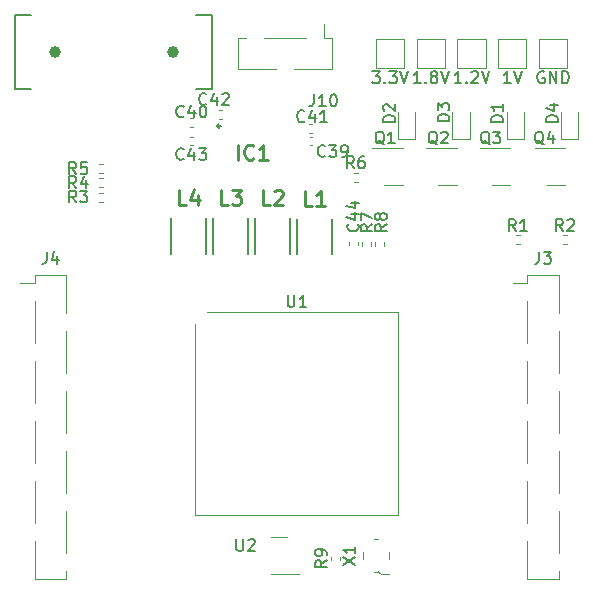
<source format=gbr>
%TF.GenerationSoftware,KiCad,Pcbnew,7.0.10*%
%TF.CreationDate,2024-01-13T18:06:35+01:00*%
%TF.ProjectId,FPGA,46504741-2e6b-4696-9361-645f70636258,rev?*%
%TF.SameCoordinates,Original*%
%TF.FileFunction,Legend,Top*%
%TF.FilePolarity,Positive*%
%FSLAX46Y46*%
G04 Gerber Fmt 4.6, Leading zero omitted, Abs format (unit mm)*
G04 Created by KiCad (PCBNEW 7.0.10) date 2024-01-13 18:06:35*
%MOMM*%
%LPD*%
G01*
G04 APERTURE LIST*
%ADD10C,0.150000*%
%ADD11C,0.254000*%
%ADD12C,0.120000*%
%ADD13C,0.200000*%
%ADD14C,1.000000*%
G04 APERTURE END LIST*
D10*
X83333333Y-90104819D02*
X83000000Y-89628628D01*
X82761905Y-90104819D02*
X82761905Y-89104819D01*
X82761905Y-89104819D02*
X83142857Y-89104819D01*
X83142857Y-89104819D02*
X83238095Y-89152438D01*
X83238095Y-89152438D02*
X83285714Y-89200057D01*
X83285714Y-89200057D02*
X83333333Y-89295295D01*
X83333333Y-89295295D02*
X83333333Y-89438152D01*
X83333333Y-89438152D02*
X83285714Y-89533390D01*
X83285714Y-89533390D02*
X83238095Y-89581009D01*
X83238095Y-89581009D02*
X83142857Y-89628628D01*
X83142857Y-89628628D02*
X82761905Y-89628628D01*
X83666667Y-89104819D02*
X84285714Y-89104819D01*
X84285714Y-89104819D02*
X83952381Y-89485771D01*
X83952381Y-89485771D02*
X84095238Y-89485771D01*
X84095238Y-89485771D02*
X84190476Y-89533390D01*
X84190476Y-89533390D02*
X84238095Y-89581009D01*
X84238095Y-89581009D02*
X84285714Y-89676247D01*
X84285714Y-89676247D02*
X84285714Y-89914342D01*
X84285714Y-89914342D02*
X84238095Y-90009580D01*
X84238095Y-90009580D02*
X84190476Y-90057200D01*
X84190476Y-90057200D02*
X84095238Y-90104819D01*
X84095238Y-90104819D02*
X83809524Y-90104819D01*
X83809524Y-90104819D02*
X83714286Y-90057200D01*
X83714286Y-90057200D02*
X83666667Y-90009580D01*
X80816666Y-94294819D02*
X80816666Y-95009104D01*
X80816666Y-95009104D02*
X80769047Y-95151961D01*
X80769047Y-95151961D02*
X80673809Y-95247200D01*
X80673809Y-95247200D02*
X80530952Y-95294819D01*
X80530952Y-95294819D02*
X80435714Y-95294819D01*
X81721428Y-94628152D02*
X81721428Y-95294819D01*
X81483333Y-94247200D02*
X81245238Y-94961485D01*
X81245238Y-94961485D02*
X81864285Y-94961485D01*
X114934819Y-83220594D02*
X113934819Y-83220594D01*
X113934819Y-83220594D02*
X113934819Y-82982499D01*
X113934819Y-82982499D02*
X113982438Y-82839642D01*
X113982438Y-82839642D02*
X114077676Y-82744404D01*
X114077676Y-82744404D02*
X114172914Y-82696785D01*
X114172914Y-82696785D02*
X114363390Y-82649166D01*
X114363390Y-82649166D02*
X114506247Y-82649166D01*
X114506247Y-82649166D02*
X114696723Y-82696785D01*
X114696723Y-82696785D02*
X114791961Y-82744404D01*
X114791961Y-82744404D02*
X114887200Y-82839642D01*
X114887200Y-82839642D02*
X114934819Y-82982499D01*
X114934819Y-82982499D02*
X114934819Y-83220594D01*
X113934819Y-82315832D02*
X113934819Y-81696785D01*
X113934819Y-81696785D02*
X114315771Y-82030118D01*
X114315771Y-82030118D02*
X114315771Y-81887261D01*
X114315771Y-81887261D02*
X114363390Y-81792023D01*
X114363390Y-81792023D02*
X114411009Y-81744404D01*
X114411009Y-81744404D02*
X114506247Y-81696785D01*
X114506247Y-81696785D02*
X114744342Y-81696785D01*
X114744342Y-81696785D02*
X114839580Y-81744404D01*
X114839580Y-81744404D02*
X114887200Y-81792023D01*
X114887200Y-81792023D02*
X114934819Y-81887261D01*
X114934819Y-81887261D02*
X114934819Y-82172975D01*
X114934819Y-82172975D02*
X114887200Y-82268213D01*
X114887200Y-82268213D02*
X114839580Y-82315832D01*
X108404819Y-91966666D02*
X107928628Y-92299999D01*
X108404819Y-92538094D02*
X107404819Y-92538094D01*
X107404819Y-92538094D02*
X107404819Y-92157142D01*
X107404819Y-92157142D02*
X107452438Y-92061904D01*
X107452438Y-92061904D02*
X107500057Y-92014285D01*
X107500057Y-92014285D02*
X107595295Y-91966666D01*
X107595295Y-91966666D02*
X107738152Y-91966666D01*
X107738152Y-91966666D02*
X107833390Y-92014285D01*
X107833390Y-92014285D02*
X107881009Y-92061904D01*
X107881009Y-92061904D02*
X107928628Y-92157142D01*
X107928628Y-92157142D02*
X107928628Y-92538094D01*
X107404819Y-91633332D02*
X107404819Y-90966666D01*
X107404819Y-90966666D02*
X108404819Y-91395237D01*
D11*
X92638333Y-90324318D02*
X92033571Y-90324318D01*
X92033571Y-90324318D02*
X92033571Y-89054318D01*
X93605952Y-89477651D02*
X93605952Y-90324318D01*
X93303571Y-88993842D02*
X93001190Y-89900984D01*
X93001190Y-89900984D02*
X93787381Y-89900984D01*
D10*
X120107142Y-80004819D02*
X119535714Y-80004819D01*
X119821428Y-80004819D02*
X119821428Y-79004819D01*
X119821428Y-79004819D02*
X119726190Y-79147676D01*
X119726190Y-79147676D02*
X119630952Y-79242914D01*
X119630952Y-79242914D02*
X119535714Y-79290533D01*
X120392857Y-79004819D02*
X120726190Y-80004819D01*
X120726190Y-80004819D02*
X121059523Y-79004819D01*
X124124819Y-83295594D02*
X123124819Y-83295594D01*
X123124819Y-83295594D02*
X123124819Y-83057499D01*
X123124819Y-83057499D02*
X123172438Y-82914642D01*
X123172438Y-82914642D02*
X123267676Y-82819404D01*
X123267676Y-82819404D02*
X123362914Y-82771785D01*
X123362914Y-82771785D02*
X123553390Y-82724166D01*
X123553390Y-82724166D02*
X123696247Y-82724166D01*
X123696247Y-82724166D02*
X123886723Y-82771785D01*
X123886723Y-82771785D02*
X123981961Y-82819404D01*
X123981961Y-82819404D02*
X124077200Y-82914642D01*
X124077200Y-82914642D02*
X124124819Y-83057499D01*
X124124819Y-83057499D02*
X124124819Y-83295594D01*
X123458152Y-81867023D02*
X124124819Y-81867023D01*
X123077200Y-82105118D02*
X123791485Y-82343213D01*
X123791485Y-82343213D02*
X123791485Y-81724166D01*
X124533333Y-92534819D02*
X124200000Y-92058628D01*
X123961905Y-92534819D02*
X123961905Y-91534819D01*
X123961905Y-91534819D02*
X124342857Y-91534819D01*
X124342857Y-91534819D02*
X124438095Y-91582438D01*
X124438095Y-91582438D02*
X124485714Y-91630057D01*
X124485714Y-91630057D02*
X124533333Y-91725295D01*
X124533333Y-91725295D02*
X124533333Y-91868152D01*
X124533333Y-91868152D02*
X124485714Y-91963390D01*
X124485714Y-91963390D02*
X124438095Y-92011009D01*
X124438095Y-92011009D02*
X124342857Y-92058628D01*
X124342857Y-92058628D02*
X123961905Y-92058628D01*
X124914286Y-91630057D02*
X124961905Y-91582438D01*
X124961905Y-91582438D02*
X125057143Y-91534819D01*
X125057143Y-91534819D02*
X125295238Y-91534819D01*
X125295238Y-91534819D02*
X125390476Y-91582438D01*
X125390476Y-91582438D02*
X125438095Y-91630057D01*
X125438095Y-91630057D02*
X125485714Y-91725295D01*
X125485714Y-91725295D02*
X125485714Y-91820533D01*
X125485714Y-91820533D02*
X125438095Y-91963390D01*
X125438095Y-91963390D02*
X124866667Y-92534819D01*
X124866667Y-92534819D02*
X125485714Y-92534819D01*
X122941445Y-79052438D02*
X122846207Y-79004819D01*
X122846207Y-79004819D02*
X122703350Y-79004819D01*
X122703350Y-79004819D02*
X122560493Y-79052438D01*
X122560493Y-79052438D02*
X122465255Y-79147676D01*
X122465255Y-79147676D02*
X122417636Y-79242914D01*
X122417636Y-79242914D02*
X122370017Y-79433390D01*
X122370017Y-79433390D02*
X122370017Y-79576247D01*
X122370017Y-79576247D02*
X122417636Y-79766723D01*
X122417636Y-79766723D02*
X122465255Y-79861961D01*
X122465255Y-79861961D02*
X122560493Y-79957200D01*
X122560493Y-79957200D02*
X122703350Y-80004819D01*
X122703350Y-80004819D02*
X122798588Y-80004819D01*
X122798588Y-80004819D02*
X122941445Y-79957200D01*
X122941445Y-79957200D02*
X122989064Y-79909580D01*
X122989064Y-79909580D02*
X122989064Y-79576247D01*
X122989064Y-79576247D02*
X122798588Y-79576247D01*
X123417636Y-80004819D02*
X123417636Y-79004819D01*
X123417636Y-79004819D02*
X123989064Y-80004819D01*
X123989064Y-80004819D02*
X123989064Y-79004819D01*
X124465255Y-80004819D02*
X124465255Y-79004819D01*
X124465255Y-79004819D02*
X124703350Y-79004819D01*
X124703350Y-79004819D02*
X124846207Y-79052438D01*
X124846207Y-79052438D02*
X124941445Y-79147676D01*
X124941445Y-79147676D02*
X124989064Y-79242914D01*
X124989064Y-79242914D02*
X125036683Y-79433390D01*
X125036683Y-79433390D02*
X125036683Y-79576247D01*
X125036683Y-79576247D02*
X124989064Y-79766723D01*
X124989064Y-79766723D02*
X124941445Y-79861961D01*
X124941445Y-79861961D02*
X124846207Y-79957200D01*
X124846207Y-79957200D02*
X124703350Y-80004819D01*
X124703350Y-80004819D02*
X124465255Y-80004819D01*
X122904761Y-85200057D02*
X122809523Y-85152438D01*
X122809523Y-85152438D02*
X122714285Y-85057200D01*
X122714285Y-85057200D02*
X122571428Y-84914342D01*
X122571428Y-84914342D02*
X122476190Y-84866723D01*
X122476190Y-84866723D02*
X122380952Y-84866723D01*
X122428571Y-85104819D02*
X122333333Y-85057200D01*
X122333333Y-85057200D02*
X122238095Y-84961961D01*
X122238095Y-84961961D02*
X122190476Y-84771485D01*
X122190476Y-84771485D02*
X122190476Y-84438152D01*
X122190476Y-84438152D02*
X122238095Y-84247676D01*
X122238095Y-84247676D02*
X122333333Y-84152438D01*
X122333333Y-84152438D02*
X122428571Y-84104819D01*
X122428571Y-84104819D02*
X122619047Y-84104819D01*
X122619047Y-84104819D02*
X122714285Y-84152438D01*
X122714285Y-84152438D02*
X122809523Y-84247676D01*
X122809523Y-84247676D02*
X122857142Y-84438152D01*
X122857142Y-84438152D02*
X122857142Y-84771485D01*
X122857142Y-84771485D02*
X122809523Y-84961961D01*
X122809523Y-84961961D02*
X122714285Y-85057200D01*
X122714285Y-85057200D02*
X122619047Y-85104819D01*
X122619047Y-85104819D02*
X122428571Y-85104819D01*
X123714285Y-84438152D02*
X123714285Y-85104819D01*
X123476190Y-84057200D02*
X123238095Y-84771485D01*
X123238095Y-84771485D02*
X123857142Y-84771485D01*
D11*
X96193888Y-90324318D02*
X95589126Y-90324318D01*
X95589126Y-90324318D02*
X95589126Y-89054318D01*
X96496269Y-89054318D02*
X97282460Y-89054318D01*
X97282460Y-89054318D02*
X96859126Y-89538127D01*
X96859126Y-89538127D02*
X97040555Y-89538127D01*
X97040555Y-89538127D02*
X97161507Y-89598603D01*
X97161507Y-89598603D02*
X97221983Y-89659080D01*
X97221983Y-89659080D02*
X97282460Y-89780032D01*
X97282460Y-89780032D02*
X97282460Y-90082413D01*
X97282460Y-90082413D02*
X97221983Y-90203365D01*
X97221983Y-90203365D02*
X97161507Y-90263842D01*
X97161507Y-90263842D02*
X97040555Y-90324318D01*
X97040555Y-90324318D02*
X96677698Y-90324318D01*
X96677698Y-90324318D02*
X96556745Y-90263842D01*
X96556745Y-90263842D02*
X96496269Y-90203365D01*
D10*
X106833333Y-87204819D02*
X106500000Y-86728628D01*
X106261905Y-87204819D02*
X106261905Y-86204819D01*
X106261905Y-86204819D02*
X106642857Y-86204819D01*
X106642857Y-86204819D02*
X106738095Y-86252438D01*
X106738095Y-86252438D02*
X106785714Y-86300057D01*
X106785714Y-86300057D02*
X106833333Y-86395295D01*
X106833333Y-86395295D02*
X106833333Y-86538152D01*
X106833333Y-86538152D02*
X106785714Y-86633390D01*
X106785714Y-86633390D02*
X106738095Y-86681009D01*
X106738095Y-86681009D02*
X106642857Y-86728628D01*
X106642857Y-86728628D02*
X106261905Y-86728628D01*
X107690476Y-86204819D02*
X107500000Y-86204819D01*
X107500000Y-86204819D02*
X107404762Y-86252438D01*
X107404762Y-86252438D02*
X107357143Y-86300057D01*
X107357143Y-86300057D02*
X107261905Y-86442914D01*
X107261905Y-86442914D02*
X107214286Y-86633390D01*
X107214286Y-86633390D02*
X107214286Y-87014342D01*
X107214286Y-87014342D02*
X107261905Y-87109580D01*
X107261905Y-87109580D02*
X107309524Y-87157200D01*
X107309524Y-87157200D02*
X107404762Y-87204819D01*
X107404762Y-87204819D02*
X107595238Y-87204819D01*
X107595238Y-87204819D02*
X107690476Y-87157200D01*
X107690476Y-87157200D02*
X107738095Y-87109580D01*
X107738095Y-87109580D02*
X107785714Y-87014342D01*
X107785714Y-87014342D02*
X107785714Y-86776247D01*
X107785714Y-86776247D02*
X107738095Y-86681009D01*
X107738095Y-86681009D02*
X107690476Y-86633390D01*
X107690476Y-86633390D02*
X107595238Y-86585771D01*
X107595238Y-86585771D02*
X107404762Y-86585771D01*
X107404762Y-86585771D02*
X107309524Y-86633390D01*
X107309524Y-86633390D02*
X107261905Y-86681009D01*
X107261905Y-86681009D02*
X107214286Y-86776247D01*
D11*
X103304998Y-90374318D02*
X102700236Y-90374318D01*
X102700236Y-90374318D02*
X102700236Y-89104318D01*
X104393570Y-90374318D02*
X103667855Y-90374318D01*
X104030712Y-90374318D02*
X104030712Y-89104318D01*
X104030712Y-89104318D02*
X103909760Y-89285746D01*
X103909760Y-89285746D02*
X103788808Y-89406699D01*
X103788808Y-89406699D02*
X103667855Y-89467175D01*
D10*
X110334819Y-83295594D02*
X109334819Y-83295594D01*
X109334819Y-83295594D02*
X109334819Y-83057499D01*
X109334819Y-83057499D02*
X109382438Y-82914642D01*
X109382438Y-82914642D02*
X109477676Y-82819404D01*
X109477676Y-82819404D02*
X109572914Y-82771785D01*
X109572914Y-82771785D02*
X109763390Y-82724166D01*
X109763390Y-82724166D02*
X109906247Y-82724166D01*
X109906247Y-82724166D02*
X110096723Y-82771785D01*
X110096723Y-82771785D02*
X110191961Y-82819404D01*
X110191961Y-82819404D02*
X110287200Y-82914642D01*
X110287200Y-82914642D02*
X110334819Y-83057499D01*
X110334819Y-83057499D02*
X110334819Y-83295594D01*
X109430057Y-82343213D02*
X109382438Y-82295594D01*
X109382438Y-82295594D02*
X109334819Y-82200356D01*
X109334819Y-82200356D02*
X109334819Y-81962261D01*
X109334819Y-81962261D02*
X109382438Y-81867023D01*
X109382438Y-81867023D02*
X109430057Y-81819404D01*
X109430057Y-81819404D02*
X109525295Y-81771785D01*
X109525295Y-81771785D02*
X109620533Y-81771785D01*
X109620533Y-81771785D02*
X109763390Y-81819404D01*
X109763390Y-81819404D02*
X110334819Y-82390832D01*
X110334819Y-82390832D02*
X110334819Y-81771785D01*
X115939507Y-80004819D02*
X115368079Y-80004819D01*
X115653793Y-80004819D02*
X115653793Y-79004819D01*
X115653793Y-79004819D02*
X115558555Y-79147676D01*
X115558555Y-79147676D02*
X115463317Y-79242914D01*
X115463317Y-79242914D02*
X115368079Y-79290533D01*
X116368079Y-79909580D02*
X116415698Y-79957200D01*
X116415698Y-79957200D02*
X116368079Y-80004819D01*
X116368079Y-80004819D02*
X116320460Y-79957200D01*
X116320460Y-79957200D02*
X116368079Y-79909580D01*
X116368079Y-79909580D02*
X116368079Y-80004819D01*
X116796650Y-79100057D02*
X116844269Y-79052438D01*
X116844269Y-79052438D02*
X116939507Y-79004819D01*
X116939507Y-79004819D02*
X117177602Y-79004819D01*
X117177602Y-79004819D02*
X117272840Y-79052438D01*
X117272840Y-79052438D02*
X117320459Y-79100057D01*
X117320459Y-79100057D02*
X117368078Y-79195295D01*
X117368078Y-79195295D02*
X117368078Y-79290533D01*
X117368078Y-79290533D02*
X117320459Y-79433390D01*
X117320459Y-79433390D02*
X116749031Y-80004819D01*
X116749031Y-80004819D02*
X117368078Y-80004819D01*
X117653793Y-79004819D02*
X117987126Y-80004819D01*
X117987126Y-80004819D02*
X118320459Y-79004819D01*
X104554819Y-120416666D02*
X104078628Y-120749999D01*
X104554819Y-120988094D02*
X103554819Y-120988094D01*
X103554819Y-120988094D02*
X103554819Y-120607142D01*
X103554819Y-120607142D02*
X103602438Y-120511904D01*
X103602438Y-120511904D02*
X103650057Y-120464285D01*
X103650057Y-120464285D02*
X103745295Y-120416666D01*
X103745295Y-120416666D02*
X103888152Y-120416666D01*
X103888152Y-120416666D02*
X103983390Y-120464285D01*
X103983390Y-120464285D02*
X104031009Y-120511904D01*
X104031009Y-120511904D02*
X104078628Y-120607142D01*
X104078628Y-120607142D02*
X104078628Y-120988094D01*
X104554819Y-119940475D02*
X104554819Y-119749999D01*
X104554819Y-119749999D02*
X104507200Y-119654761D01*
X104507200Y-119654761D02*
X104459580Y-119607142D01*
X104459580Y-119607142D02*
X104316723Y-119511904D01*
X104316723Y-119511904D02*
X104126247Y-119464285D01*
X104126247Y-119464285D02*
X103745295Y-119464285D01*
X103745295Y-119464285D02*
X103650057Y-119511904D01*
X103650057Y-119511904D02*
X103602438Y-119559523D01*
X103602438Y-119559523D02*
X103554819Y-119654761D01*
X103554819Y-119654761D02*
X103554819Y-119845237D01*
X103554819Y-119845237D02*
X103602438Y-119940475D01*
X103602438Y-119940475D02*
X103650057Y-119988094D01*
X103650057Y-119988094D02*
X103745295Y-120035713D01*
X103745295Y-120035713D02*
X103983390Y-120035713D01*
X103983390Y-120035713D02*
X104078628Y-119988094D01*
X104078628Y-119988094D02*
X104126247Y-119940475D01*
X104126247Y-119940475D02*
X104173866Y-119845237D01*
X104173866Y-119845237D02*
X104173866Y-119654761D01*
X104173866Y-119654761D02*
X104126247Y-119559523D01*
X104126247Y-119559523D02*
X104078628Y-119511904D01*
X104078628Y-119511904D02*
X103983390Y-119464285D01*
X119454819Y-83295594D02*
X118454819Y-83295594D01*
X118454819Y-83295594D02*
X118454819Y-83057499D01*
X118454819Y-83057499D02*
X118502438Y-82914642D01*
X118502438Y-82914642D02*
X118597676Y-82819404D01*
X118597676Y-82819404D02*
X118692914Y-82771785D01*
X118692914Y-82771785D02*
X118883390Y-82724166D01*
X118883390Y-82724166D02*
X119026247Y-82724166D01*
X119026247Y-82724166D02*
X119216723Y-82771785D01*
X119216723Y-82771785D02*
X119311961Y-82819404D01*
X119311961Y-82819404D02*
X119407200Y-82914642D01*
X119407200Y-82914642D02*
X119454819Y-83057499D01*
X119454819Y-83057499D02*
X119454819Y-83295594D01*
X119454819Y-81771785D02*
X119454819Y-82343213D01*
X119454819Y-82057499D02*
X118454819Y-82057499D01*
X118454819Y-82057499D02*
X118597676Y-82152737D01*
X118597676Y-82152737D02*
X118692914Y-82247975D01*
X118692914Y-82247975D02*
X118740533Y-82343213D01*
X109604819Y-91966666D02*
X109128628Y-92299999D01*
X109604819Y-92538094D02*
X108604819Y-92538094D01*
X108604819Y-92538094D02*
X108604819Y-92157142D01*
X108604819Y-92157142D02*
X108652438Y-92061904D01*
X108652438Y-92061904D02*
X108700057Y-92014285D01*
X108700057Y-92014285D02*
X108795295Y-91966666D01*
X108795295Y-91966666D02*
X108938152Y-91966666D01*
X108938152Y-91966666D02*
X109033390Y-92014285D01*
X109033390Y-92014285D02*
X109081009Y-92061904D01*
X109081009Y-92061904D02*
X109128628Y-92157142D01*
X109128628Y-92157142D02*
X109128628Y-92538094D01*
X109033390Y-91395237D02*
X108985771Y-91490475D01*
X108985771Y-91490475D02*
X108938152Y-91538094D01*
X108938152Y-91538094D02*
X108842914Y-91585713D01*
X108842914Y-91585713D02*
X108795295Y-91585713D01*
X108795295Y-91585713D02*
X108700057Y-91538094D01*
X108700057Y-91538094D02*
X108652438Y-91490475D01*
X108652438Y-91490475D02*
X108604819Y-91395237D01*
X108604819Y-91395237D02*
X108604819Y-91204761D01*
X108604819Y-91204761D02*
X108652438Y-91109523D01*
X108652438Y-91109523D02*
X108700057Y-91061904D01*
X108700057Y-91061904D02*
X108795295Y-91014285D01*
X108795295Y-91014285D02*
X108842914Y-91014285D01*
X108842914Y-91014285D02*
X108938152Y-91061904D01*
X108938152Y-91061904D02*
X108985771Y-91109523D01*
X108985771Y-91109523D02*
X109033390Y-91204761D01*
X109033390Y-91204761D02*
X109033390Y-91395237D01*
X109033390Y-91395237D02*
X109081009Y-91490475D01*
X109081009Y-91490475D02*
X109128628Y-91538094D01*
X109128628Y-91538094D02*
X109223866Y-91585713D01*
X109223866Y-91585713D02*
X109414342Y-91585713D01*
X109414342Y-91585713D02*
X109509580Y-91538094D01*
X109509580Y-91538094D02*
X109557200Y-91490475D01*
X109557200Y-91490475D02*
X109604819Y-91395237D01*
X109604819Y-91395237D02*
X109604819Y-91204761D01*
X109604819Y-91204761D02*
X109557200Y-91109523D01*
X109557200Y-91109523D02*
X109509580Y-91061904D01*
X109509580Y-91061904D02*
X109414342Y-91014285D01*
X109414342Y-91014285D02*
X109223866Y-91014285D01*
X109223866Y-91014285D02*
X109128628Y-91061904D01*
X109128628Y-91061904D02*
X109081009Y-91109523D01*
X109081009Y-91109523D02*
X109033390Y-91204761D01*
X109404761Y-85200057D02*
X109309523Y-85152438D01*
X109309523Y-85152438D02*
X109214285Y-85057200D01*
X109214285Y-85057200D02*
X109071428Y-84914342D01*
X109071428Y-84914342D02*
X108976190Y-84866723D01*
X108976190Y-84866723D02*
X108880952Y-84866723D01*
X108928571Y-85104819D02*
X108833333Y-85057200D01*
X108833333Y-85057200D02*
X108738095Y-84961961D01*
X108738095Y-84961961D02*
X108690476Y-84771485D01*
X108690476Y-84771485D02*
X108690476Y-84438152D01*
X108690476Y-84438152D02*
X108738095Y-84247676D01*
X108738095Y-84247676D02*
X108833333Y-84152438D01*
X108833333Y-84152438D02*
X108928571Y-84104819D01*
X108928571Y-84104819D02*
X109119047Y-84104819D01*
X109119047Y-84104819D02*
X109214285Y-84152438D01*
X109214285Y-84152438D02*
X109309523Y-84247676D01*
X109309523Y-84247676D02*
X109357142Y-84438152D01*
X109357142Y-84438152D02*
X109357142Y-84771485D01*
X109357142Y-84771485D02*
X109309523Y-84961961D01*
X109309523Y-84961961D02*
X109214285Y-85057200D01*
X109214285Y-85057200D02*
X109119047Y-85104819D01*
X109119047Y-85104819D02*
X108928571Y-85104819D01*
X110309523Y-85104819D02*
X109738095Y-85104819D01*
X110023809Y-85104819D02*
X110023809Y-84104819D01*
X110023809Y-84104819D02*
X109928571Y-84247676D01*
X109928571Y-84247676D02*
X109833333Y-84342914D01*
X109833333Y-84342914D02*
X109738095Y-84390533D01*
X108413760Y-79004819D02*
X109032807Y-79004819D01*
X109032807Y-79004819D02*
X108699474Y-79385771D01*
X108699474Y-79385771D02*
X108842331Y-79385771D01*
X108842331Y-79385771D02*
X108937569Y-79433390D01*
X108937569Y-79433390D02*
X108985188Y-79481009D01*
X108985188Y-79481009D02*
X109032807Y-79576247D01*
X109032807Y-79576247D02*
X109032807Y-79814342D01*
X109032807Y-79814342D02*
X108985188Y-79909580D01*
X108985188Y-79909580D02*
X108937569Y-79957200D01*
X108937569Y-79957200D02*
X108842331Y-80004819D01*
X108842331Y-80004819D02*
X108556617Y-80004819D01*
X108556617Y-80004819D02*
X108461379Y-79957200D01*
X108461379Y-79957200D02*
X108413760Y-79909580D01*
X109461379Y-79909580D02*
X109508998Y-79957200D01*
X109508998Y-79957200D02*
X109461379Y-80004819D01*
X109461379Y-80004819D02*
X109413760Y-79957200D01*
X109413760Y-79957200D02*
X109461379Y-79909580D01*
X109461379Y-79909580D02*
X109461379Y-80004819D01*
X109842331Y-79004819D02*
X110461378Y-79004819D01*
X110461378Y-79004819D02*
X110128045Y-79385771D01*
X110128045Y-79385771D02*
X110270902Y-79385771D01*
X110270902Y-79385771D02*
X110366140Y-79433390D01*
X110366140Y-79433390D02*
X110413759Y-79481009D01*
X110413759Y-79481009D02*
X110461378Y-79576247D01*
X110461378Y-79576247D02*
X110461378Y-79814342D01*
X110461378Y-79814342D02*
X110413759Y-79909580D01*
X110413759Y-79909580D02*
X110366140Y-79957200D01*
X110366140Y-79957200D02*
X110270902Y-80004819D01*
X110270902Y-80004819D02*
X109985188Y-80004819D01*
X109985188Y-80004819D02*
X109889950Y-79957200D01*
X109889950Y-79957200D02*
X109842331Y-79909580D01*
X110747093Y-79004819D02*
X111080426Y-80004819D01*
X111080426Y-80004819D02*
X111413759Y-79004819D01*
D11*
X99746111Y-90324318D02*
X99141349Y-90324318D01*
X99141349Y-90324318D02*
X99141349Y-89054318D01*
X100108968Y-89175270D02*
X100169444Y-89114794D01*
X100169444Y-89114794D02*
X100290397Y-89054318D01*
X100290397Y-89054318D02*
X100592778Y-89054318D01*
X100592778Y-89054318D02*
X100713730Y-89114794D01*
X100713730Y-89114794D02*
X100774206Y-89175270D01*
X100774206Y-89175270D02*
X100834683Y-89296222D01*
X100834683Y-89296222D02*
X100834683Y-89417175D01*
X100834683Y-89417175D02*
X100774206Y-89598603D01*
X100774206Y-89598603D02*
X100048492Y-90324318D01*
X100048492Y-90324318D02*
X100834683Y-90324318D01*
D10*
X112486157Y-80004819D02*
X111914729Y-80004819D01*
X112200443Y-80004819D02*
X112200443Y-79004819D01*
X112200443Y-79004819D02*
X112105205Y-79147676D01*
X112105205Y-79147676D02*
X112009967Y-79242914D01*
X112009967Y-79242914D02*
X111914729Y-79290533D01*
X112914729Y-79909580D02*
X112962348Y-79957200D01*
X112962348Y-79957200D02*
X112914729Y-80004819D01*
X112914729Y-80004819D02*
X112867110Y-79957200D01*
X112867110Y-79957200D02*
X112914729Y-79909580D01*
X112914729Y-79909580D02*
X112914729Y-80004819D01*
X113533776Y-79433390D02*
X113438538Y-79385771D01*
X113438538Y-79385771D02*
X113390919Y-79338152D01*
X113390919Y-79338152D02*
X113343300Y-79242914D01*
X113343300Y-79242914D02*
X113343300Y-79195295D01*
X113343300Y-79195295D02*
X113390919Y-79100057D01*
X113390919Y-79100057D02*
X113438538Y-79052438D01*
X113438538Y-79052438D02*
X113533776Y-79004819D01*
X113533776Y-79004819D02*
X113724252Y-79004819D01*
X113724252Y-79004819D02*
X113819490Y-79052438D01*
X113819490Y-79052438D02*
X113867109Y-79100057D01*
X113867109Y-79100057D02*
X113914728Y-79195295D01*
X113914728Y-79195295D02*
X113914728Y-79242914D01*
X113914728Y-79242914D02*
X113867109Y-79338152D01*
X113867109Y-79338152D02*
X113819490Y-79385771D01*
X113819490Y-79385771D02*
X113724252Y-79433390D01*
X113724252Y-79433390D02*
X113533776Y-79433390D01*
X113533776Y-79433390D02*
X113438538Y-79481009D01*
X113438538Y-79481009D02*
X113390919Y-79528628D01*
X113390919Y-79528628D02*
X113343300Y-79623866D01*
X113343300Y-79623866D02*
X113343300Y-79814342D01*
X113343300Y-79814342D02*
X113390919Y-79909580D01*
X113390919Y-79909580D02*
X113438538Y-79957200D01*
X113438538Y-79957200D02*
X113533776Y-80004819D01*
X113533776Y-80004819D02*
X113724252Y-80004819D01*
X113724252Y-80004819D02*
X113819490Y-79957200D01*
X113819490Y-79957200D02*
X113867109Y-79909580D01*
X113867109Y-79909580D02*
X113914728Y-79814342D01*
X113914728Y-79814342D02*
X113914728Y-79623866D01*
X113914728Y-79623866D02*
X113867109Y-79528628D01*
X113867109Y-79528628D02*
X113819490Y-79481009D01*
X113819490Y-79481009D02*
X113724252Y-79433390D01*
X114200443Y-79004819D02*
X114533776Y-80004819D01*
X114533776Y-80004819D02*
X114867109Y-79004819D01*
X113904761Y-85200057D02*
X113809523Y-85152438D01*
X113809523Y-85152438D02*
X113714285Y-85057200D01*
X113714285Y-85057200D02*
X113571428Y-84914342D01*
X113571428Y-84914342D02*
X113476190Y-84866723D01*
X113476190Y-84866723D02*
X113380952Y-84866723D01*
X113428571Y-85104819D02*
X113333333Y-85057200D01*
X113333333Y-85057200D02*
X113238095Y-84961961D01*
X113238095Y-84961961D02*
X113190476Y-84771485D01*
X113190476Y-84771485D02*
X113190476Y-84438152D01*
X113190476Y-84438152D02*
X113238095Y-84247676D01*
X113238095Y-84247676D02*
X113333333Y-84152438D01*
X113333333Y-84152438D02*
X113428571Y-84104819D01*
X113428571Y-84104819D02*
X113619047Y-84104819D01*
X113619047Y-84104819D02*
X113714285Y-84152438D01*
X113714285Y-84152438D02*
X113809523Y-84247676D01*
X113809523Y-84247676D02*
X113857142Y-84438152D01*
X113857142Y-84438152D02*
X113857142Y-84771485D01*
X113857142Y-84771485D02*
X113809523Y-84961961D01*
X113809523Y-84961961D02*
X113714285Y-85057200D01*
X113714285Y-85057200D02*
X113619047Y-85104819D01*
X113619047Y-85104819D02*
X113428571Y-85104819D01*
X114238095Y-84200057D02*
X114285714Y-84152438D01*
X114285714Y-84152438D02*
X114380952Y-84104819D01*
X114380952Y-84104819D02*
X114619047Y-84104819D01*
X114619047Y-84104819D02*
X114714285Y-84152438D01*
X114714285Y-84152438D02*
X114761904Y-84200057D01*
X114761904Y-84200057D02*
X114809523Y-84295295D01*
X114809523Y-84295295D02*
X114809523Y-84390533D01*
X114809523Y-84390533D02*
X114761904Y-84533390D01*
X114761904Y-84533390D02*
X114190476Y-85104819D01*
X114190476Y-85104819D02*
X114809523Y-85104819D01*
X96888095Y-118604819D02*
X96888095Y-119414342D01*
X96888095Y-119414342D02*
X96935714Y-119509580D01*
X96935714Y-119509580D02*
X96983333Y-119557200D01*
X96983333Y-119557200D02*
X97078571Y-119604819D01*
X97078571Y-119604819D02*
X97269047Y-119604819D01*
X97269047Y-119604819D02*
X97364285Y-119557200D01*
X97364285Y-119557200D02*
X97411904Y-119509580D01*
X97411904Y-119509580D02*
X97459523Y-119414342D01*
X97459523Y-119414342D02*
X97459523Y-118604819D01*
X97888095Y-118700057D02*
X97935714Y-118652438D01*
X97935714Y-118652438D02*
X98030952Y-118604819D01*
X98030952Y-118604819D02*
X98269047Y-118604819D01*
X98269047Y-118604819D02*
X98364285Y-118652438D01*
X98364285Y-118652438D02*
X98411904Y-118700057D01*
X98411904Y-118700057D02*
X98459523Y-118795295D01*
X98459523Y-118795295D02*
X98459523Y-118890533D01*
X98459523Y-118890533D02*
X98411904Y-119033390D01*
X98411904Y-119033390D02*
X97840476Y-119604819D01*
X97840476Y-119604819D02*
X98459523Y-119604819D01*
X83333333Y-88904819D02*
X83000000Y-88428628D01*
X82761905Y-88904819D02*
X82761905Y-87904819D01*
X82761905Y-87904819D02*
X83142857Y-87904819D01*
X83142857Y-87904819D02*
X83238095Y-87952438D01*
X83238095Y-87952438D02*
X83285714Y-88000057D01*
X83285714Y-88000057D02*
X83333333Y-88095295D01*
X83333333Y-88095295D02*
X83333333Y-88238152D01*
X83333333Y-88238152D02*
X83285714Y-88333390D01*
X83285714Y-88333390D02*
X83238095Y-88381009D01*
X83238095Y-88381009D02*
X83142857Y-88428628D01*
X83142857Y-88428628D02*
X82761905Y-88428628D01*
X84190476Y-88238152D02*
X84190476Y-88904819D01*
X83952381Y-87857200D02*
X83714286Y-88571485D01*
X83714286Y-88571485D02*
X84333333Y-88571485D01*
X122516666Y-94294819D02*
X122516666Y-95009104D01*
X122516666Y-95009104D02*
X122469047Y-95151961D01*
X122469047Y-95151961D02*
X122373809Y-95247200D01*
X122373809Y-95247200D02*
X122230952Y-95294819D01*
X122230952Y-95294819D02*
X122135714Y-95294819D01*
X122897619Y-94294819D02*
X123516666Y-94294819D01*
X123516666Y-94294819D02*
X123183333Y-94675771D01*
X123183333Y-94675771D02*
X123326190Y-94675771D01*
X123326190Y-94675771D02*
X123421428Y-94723390D01*
X123421428Y-94723390D02*
X123469047Y-94771009D01*
X123469047Y-94771009D02*
X123516666Y-94866247D01*
X123516666Y-94866247D02*
X123516666Y-95104342D01*
X123516666Y-95104342D02*
X123469047Y-95199580D01*
X123469047Y-95199580D02*
X123421428Y-95247200D01*
X123421428Y-95247200D02*
X123326190Y-95294819D01*
X123326190Y-95294819D02*
X123040476Y-95294819D01*
X123040476Y-95294819D02*
X122945238Y-95247200D01*
X122945238Y-95247200D02*
X122897619Y-95199580D01*
X101238095Y-97954819D02*
X101238095Y-98764342D01*
X101238095Y-98764342D02*
X101285714Y-98859580D01*
X101285714Y-98859580D02*
X101333333Y-98907200D01*
X101333333Y-98907200D02*
X101428571Y-98954819D01*
X101428571Y-98954819D02*
X101619047Y-98954819D01*
X101619047Y-98954819D02*
X101714285Y-98907200D01*
X101714285Y-98907200D02*
X101761904Y-98859580D01*
X101761904Y-98859580D02*
X101809523Y-98764342D01*
X101809523Y-98764342D02*
X101809523Y-97954819D01*
X102809523Y-98954819D02*
X102238095Y-98954819D01*
X102523809Y-98954819D02*
X102523809Y-97954819D01*
X102523809Y-97954819D02*
X102428571Y-98097676D01*
X102428571Y-98097676D02*
X102333333Y-98192914D01*
X102333333Y-98192914D02*
X102238095Y-98240533D01*
X105954819Y-120809523D02*
X106954819Y-120142857D01*
X105954819Y-120142857D02*
X106954819Y-120809523D01*
X106954819Y-119238095D02*
X106954819Y-119809523D01*
X106954819Y-119523809D02*
X105954819Y-119523809D01*
X105954819Y-119523809D02*
X106097676Y-119619047D01*
X106097676Y-119619047D02*
X106192914Y-119714285D01*
X106192914Y-119714285D02*
X106240533Y-119809523D01*
X120543333Y-92534819D02*
X120210000Y-92058628D01*
X119971905Y-92534819D02*
X119971905Y-91534819D01*
X119971905Y-91534819D02*
X120352857Y-91534819D01*
X120352857Y-91534819D02*
X120448095Y-91582438D01*
X120448095Y-91582438D02*
X120495714Y-91630057D01*
X120495714Y-91630057D02*
X120543333Y-91725295D01*
X120543333Y-91725295D02*
X120543333Y-91868152D01*
X120543333Y-91868152D02*
X120495714Y-91963390D01*
X120495714Y-91963390D02*
X120448095Y-92011009D01*
X120448095Y-92011009D02*
X120352857Y-92058628D01*
X120352857Y-92058628D02*
X119971905Y-92058628D01*
X121495714Y-92534819D02*
X120924286Y-92534819D01*
X121210000Y-92534819D02*
X121210000Y-91534819D01*
X121210000Y-91534819D02*
X121114762Y-91677676D01*
X121114762Y-91677676D02*
X121019524Y-91772914D01*
X121019524Y-91772914D02*
X120924286Y-91820533D01*
D11*
X97010237Y-86474318D02*
X97010237Y-85204318D01*
X98340714Y-86353365D02*
X98280238Y-86413842D01*
X98280238Y-86413842D02*
X98098809Y-86474318D01*
X98098809Y-86474318D02*
X97977857Y-86474318D01*
X97977857Y-86474318D02*
X97796428Y-86413842D01*
X97796428Y-86413842D02*
X97675476Y-86292889D01*
X97675476Y-86292889D02*
X97614999Y-86171937D01*
X97614999Y-86171937D02*
X97554523Y-85930032D01*
X97554523Y-85930032D02*
X97554523Y-85748603D01*
X97554523Y-85748603D02*
X97614999Y-85506699D01*
X97614999Y-85506699D02*
X97675476Y-85385746D01*
X97675476Y-85385746D02*
X97796428Y-85264794D01*
X97796428Y-85264794D02*
X97977857Y-85204318D01*
X97977857Y-85204318D02*
X98098809Y-85204318D01*
X98098809Y-85204318D02*
X98280238Y-85264794D01*
X98280238Y-85264794D02*
X98340714Y-85325270D01*
X99550238Y-86474318D02*
X98824523Y-86474318D01*
X99187380Y-86474318D02*
X99187380Y-85204318D01*
X99187380Y-85204318D02*
X99066428Y-85385746D01*
X99066428Y-85385746D02*
X98945476Y-85506699D01*
X98945476Y-85506699D02*
X98824523Y-85567175D01*
D10*
X103440476Y-80954819D02*
X103440476Y-81669104D01*
X103440476Y-81669104D02*
X103392857Y-81811961D01*
X103392857Y-81811961D02*
X103297619Y-81907200D01*
X103297619Y-81907200D02*
X103154762Y-81954819D01*
X103154762Y-81954819D02*
X103059524Y-81954819D01*
X104440476Y-81954819D02*
X103869048Y-81954819D01*
X104154762Y-81954819D02*
X104154762Y-80954819D01*
X104154762Y-80954819D02*
X104059524Y-81097676D01*
X104059524Y-81097676D02*
X103964286Y-81192914D01*
X103964286Y-81192914D02*
X103869048Y-81240533D01*
X105059524Y-80954819D02*
X105154762Y-80954819D01*
X105154762Y-80954819D02*
X105250000Y-81002438D01*
X105250000Y-81002438D02*
X105297619Y-81050057D01*
X105297619Y-81050057D02*
X105345238Y-81145295D01*
X105345238Y-81145295D02*
X105392857Y-81335771D01*
X105392857Y-81335771D02*
X105392857Y-81573866D01*
X105392857Y-81573866D02*
X105345238Y-81764342D01*
X105345238Y-81764342D02*
X105297619Y-81859580D01*
X105297619Y-81859580D02*
X105250000Y-81907200D01*
X105250000Y-81907200D02*
X105154762Y-81954819D01*
X105154762Y-81954819D02*
X105059524Y-81954819D01*
X105059524Y-81954819D02*
X104964286Y-81907200D01*
X104964286Y-81907200D02*
X104916667Y-81859580D01*
X104916667Y-81859580D02*
X104869048Y-81764342D01*
X104869048Y-81764342D02*
X104821429Y-81573866D01*
X104821429Y-81573866D02*
X104821429Y-81335771D01*
X104821429Y-81335771D02*
X104869048Y-81145295D01*
X104869048Y-81145295D02*
X104916667Y-81050057D01*
X104916667Y-81050057D02*
X104964286Y-81002438D01*
X104964286Y-81002438D02*
X105059524Y-80954819D01*
X83333333Y-87704819D02*
X83000000Y-87228628D01*
X82761905Y-87704819D02*
X82761905Y-86704819D01*
X82761905Y-86704819D02*
X83142857Y-86704819D01*
X83142857Y-86704819D02*
X83238095Y-86752438D01*
X83238095Y-86752438D02*
X83285714Y-86800057D01*
X83285714Y-86800057D02*
X83333333Y-86895295D01*
X83333333Y-86895295D02*
X83333333Y-87038152D01*
X83333333Y-87038152D02*
X83285714Y-87133390D01*
X83285714Y-87133390D02*
X83238095Y-87181009D01*
X83238095Y-87181009D02*
X83142857Y-87228628D01*
X83142857Y-87228628D02*
X82761905Y-87228628D01*
X84238095Y-86704819D02*
X83761905Y-86704819D01*
X83761905Y-86704819D02*
X83714286Y-87181009D01*
X83714286Y-87181009D02*
X83761905Y-87133390D01*
X83761905Y-87133390D02*
X83857143Y-87085771D01*
X83857143Y-87085771D02*
X84095238Y-87085771D01*
X84095238Y-87085771D02*
X84190476Y-87133390D01*
X84190476Y-87133390D02*
X84238095Y-87181009D01*
X84238095Y-87181009D02*
X84285714Y-87276247D01*
X84285714Y-87276247D02*
X84285714Y-87514342D01*
X84285714Y-87514342D02*
X84238095Y-87609580D01*
X84238095Y-87609580D02*
X84190476Y-87657200D01*
X84190476Y-87657200D02*
X84095238Y-87704819D01*
X84095238Y-87704819D02*
X83857143Y-87704819D01*
X83857143Y-87704819D02*
X83761905Y-87657200D01*
X83761905Y-87657200D02*
X83714286Y-87609580D01*
X118342261Y-85200057D02*
X118247023Y-85152438D01*
X118247023Y-85152438D02*
X118151785Y-85057200D01*
X118151785Y-85057200D02*
X118008928Y-84914342D01*
X118008928Y-84914342D02*
X117913690Y-84866723D01*
X117913690Y-84866723D02*
X117818452Y-84866723D01*
X117866071Y-85104819D02*
X117770833Y-85057200D01*
X117770833Y-85057200D02*
X117675595Y-84961961D01*
X117675595Y-84961961D02*
X117627976Y-84771485D01*
X117627976Y-84771485D02*
X117627976Y-84438152D01*
X117627976Y-84438152D02*
X117675595Y-84247676D01*
X117675595Y-84247676D02*
X117770833Y-84152438D01*
X117770833Y-84152438D02*
X117866071Y-84104819D01*
X117866071Y-84104819D02*
X118056547Y-84104819D01*
X118056547Y-84104819D02*
X118151785Y-84152438D01*
X118151785Y-84152438D02*
X118247023Y-84247676D01*
X118247023Y-84247676D02*
X118294642Y-84438152D01*
X118294642Y-84438152D02*
X118294642Y-84771485D01*
X118294642Y-84771485D02*
X118247023Y-84961961D01*
X118247023Y-84961961D02*
X118151785Y-85057200D01*
X118151785Y-85057200D02*
X118056547Y-85104819D01*
X118056547Y-85104819D02*
X117866071Y-85104819D01*
X118627976Y-84104819D02*
X119247023Y-84104819D01*
X119247023Y-84104819D02*
X118913690Y-84485771D01*
X118913690Y-84485771D02*
X119056547Y-84485771D01*
X119056547Y-84485771D02*
X119151785Y-84533390D01*
X119151785Y-84533390D02*
X119199404Y-84581009D01*
X119199404Y-84581009D02*
X119247023Y-84676247D01*
X119247023Y-84676247D02*
X119247023Y-84914342D01*
X119247023Y-84914342D02*
X119199404Y-85009580D01*
X119199404Y-85009580D02*
X119151785Y-85057200D01*
X119151785Y-85057200D02*
X119056547Y-85104819D01*
X119056547Y-85104819D02*
X118770833Y-85104819D01*
X118770833Y-85104819D02*
X118675595Y-85057200D01*
X118675595Y-85057200D02*
X118627976Y-85009580D01*
X107159580Y-91942857D02*
X107207200Y-91990476D01*
X107207200Y-91990476D02*
X107254819Y-92133333D01*
X107254819Y-92133333D02*
X107254819Y-92228571D01*
X107254819Y-92228571D02*
X107207200Y-92371428D01*
X107207200Y-92371428D02*
X107111961Y-92466666D01*
X107111961Y-92466666D02*
X107016723Y-92514285D01*
X107016723Y-92514285D02*
X106826247Y-92561904D01*
X106826247Y-92561904D02*
X106683390Y-92561904D01*
X106683390Y-92561904D02*
X106492914Y-92514285D01*
X106492914Y-92514285D02*
X106397676Y-92466666D01*
X106397676Y-92466666D02*
X106302438Y-92371428D01*
X106302438Y-92371428D02*
X106254819Y-92228571D01*
X106254819Y-92228571D02*
X106254819Y-92133333D01*
X106254819Y-92133333D02*
X106302438Y-91990476D01*
X106302438Y-91990476D02*
X106350057Y-91942857D01*
X106588152Y-91085714D02*
X107254819Y-91085714D01*
X106207200Y-91323809D02*
X106921485Y-91561904D01*
X106921485Y-91561904D02*
X106921485Y-90942857D01*
X106588152Y-90133333D02*
X107254819Y-90133333D01*
X106207200Y-90371428D02*
X106921485Y-90609523D01*
X106921485Y-90609523D02*
X106921485Y-89990476D01*
X102657142Y-83209580D02*
X102609523Y-83257200D01*
X102609523Y-83257200D02*
X102466666Y-83304819D01*
X102466666Y-83304819D02*
X102371428Y-83304819D01*
X102371428Y-83304819D02*
X102228571Y-83257200D01*
X102228571Y-83257200D02*
X102133333Y-83161961D01*
X102133333Y-83161961D02*
X102085714Y-83066723D01*
X102085714Y-83066723D02*
X102038095Y-82876247D01*
X102038095Y-82876247D02*
X102038095Y-82733390D01*
X102038095Y-82733390D02*
X102085714Y-82542914D01*
X102085714Y-82542914D02*
X102133333Y-82447676D01*
X102133333Y-82447676D02*
X102228571Y-82352438D01*
X102228571Y-82352438D02*
X102371428Y-82304819D01*
X102371428Y-82304819D02*
X102466666Y-82304819D01*
X102466666Y-82304819D02*
X102609523Y-82352438D01*
X102609523Y-82352438D02*
X102657142Y-82400057D01*
X103514285Y-82638152D02*
X103514285Y-83304819D01*
X103276190Y-82257200D02*
X103038095Y-82971485D01*
X103038095Y-82971485D02*
X103657142Y-82971485D01*
X104561904Y-83304819D02*
X103990476Y-83304819D01*
X104276190Y-83304819D02*
X104276190Y-82304819D01*
X104276190Y-82304819D02*
X104180952Y-82447676D01*
X104180952Y-82447676D02*
X104085714Y-82542914D01*
X104085714Y-82542914D02*
X103990476Y-82590533D01*
X104407142Y-86159580D02*
X104359523Y-86207200D01*
X104359523Y-86207200D02*
X104216666Y-86254819D01*
X104216666Y-86254819D02*
X104121428Y-86254819D01*
X104121428Y-86254819D02*
X103978571Y-86207200D01*
X103978571Y-86207200D02*
X103883333Y-86111961D01*
X103883333Y-86111961D02*
X103835714Y-86016723D01*
X103835714Y-86016723D02*
X103788095Y-85826247D01*
X103788095Y-85826247D02*
X103788095Y-85683390D01*
X103788095Y-85683390D02*
X103835714Y-85492914D01*
X103835714Y-85492914D02*
X103883333Y-85397676D01*
X103883333Y-85397676D02*
X103978571Y-85302438D01*
X103978571Y-85302438D02*
X104121428Y-85254819D01*
X104121428Y-85254819D02*
X104216666Y-85254819D01*
X104216666Y-85254819D02*
X104359523Y-85302438D01*
X104359523Y-85302438D02*
X104407142Y-85350057D01*
X104740476Y-85254819D02*
X105359523Y-85254819D01*
X105359523Y-85254819D02*
X105026190Y-85635771D01*
X105026190Y-85635771D02*
X105169047Y-85635771D01*
X105169047Y-85635771D02*
X105264285Y-85683390D01*
X105264285Y-85683390D02*
X105311904Y-85731009D01*
X105311904Y-85731009D02*
X105359523Y-85826247D01*
X105359523Y-85826247D02*
X105359523Y-86064342D01*
X105359523Y-86064342D02*
X105311904Y-86159580D01*
X105311904Y-86159580D02*
X105264285Y-86207200D01*
X105264285Y-86207200D02*
X105169047Y-86254819D01*
X105169047Y-86254819D02*
X104883333Y-86254819D01*
X104883333Y-86254819D02*
X104788095Y-86207200D01*
X104788095Y-86207200D02*
X104740476Y-86159580D01*
X105835714Y-86254819D02*
X106026190Y-86254819D01*
X106026190Y-86254819D02*
X106121428Y-86207200D01*
X106121428Y-86207200D02*
X106169047Y-86159580D01*
X106169047Y-86159580D02*
X106264285Y-86016723D01*
X106264285Y-86016723D02*
X106311904Y-85826247D01*
X106311904Y-85826247D02*
X106311904Y-85445295D01*
X106311904Y-85445295D02*
X106264285Y-85350057D01*
X106264285Y-85350057D02*
X106216666Y-85302438D01*
X106216666Y-85302438D02*
X106121428Y-85254819D01*
X106121428Y-85254819D02*
X105930952Y-85254819D01*
X105930952Y-85254819D02*
X105835714Y-85302438D01*
X105835714Y-85302438D02*
X105788095Y-85350057D01*
X105788095Y-85350057D02*
X105740476Y-85445295D01*
X105740476Y-85445295D02*
X105740476Y-85683390D01*
X105740476Y-85683390D02*
X105788095Y-85778628D01*
X105788095Y-85778628D02*
X105835714Y-85826247D01*
X105835714Y-85826247D02*
X105930952Y-85873866D01*
X105930952Y-85873866D02*
X106121428Y-85873866D01*
X106121428Y-85873866D02*
X106216666Y-85826247D01*
X106216666Y-85826247D02*
X106264285Y-85778628D01*
X106264285Y-85778628D02*
X106311904Y-85683390D01*
X92437142Y-82809580D02*
X92389523Y-82857200D01*
X92389523Y-82857200D02*
X92246666Y-82904819D01*
X92246666Y-82904819D02*
X92151428Y-82904819D01*
X92151428Y-82904819D02*
X92008571Y-82857200D01*
X92008571Y-82857200D02*
X91913333Y-82761961D01*
X91913333Y-82761961D02*
X91865714Y-82666723D01*
X91865714Y-82666723D02*
X91818095Y-82476247D01*
X91818095Y-82476247D02*
X91818095Y-82333390D01*
X91818095Y-82333390D02*
X91865714Y-82142914D01*
X91865714Y-82142914D02*
X91913333Y-82047676D01*
X91913333Y-82047676D02*
X92008571Y-81952438D01*
X92008571Y-81952438D02*
X92151428Y-81904819D01*
X92151428Y-81904819D02*
X92246666Y-81904819D01*
X92246666Y-81904819D02*
X92389523Y-81952438D01*
X92389523Y-81952438D02*
X92437142Y-82000057D01*
X93294285Y-82238152D02*
X93294285Y-82904819D01*
X93056190Y-81857200D02*
X92818095Y-82571485D01*
X92818095Y-82571485D02*
X93437142Y-82571485D01*
X94008571Y-81904819D02*
X94103809Y-81904819D01*
X94103809Y-81904819D02*
X94199047Y-81952438D01*
X94199047Y-81952438D02*
X94246666Y-82000057D01*
X94246666Y-82000057D02*
X94294285Y-82095295D01*
X94294285Y-82095295D02*
X94341904Y-82285771D01*
X94341904Y-82285771D02*
X94341904Y-82523866D01*
X94341904Y-82523866D02*
X94294285Y-82714342D01*
X94294285Y-82714342D02*
X94246666Y-82809580D01*
X94246666Y-82809580D02*
X94199047Y-82857200D01*
X94199047Y-82857200D02*
X94103809Y-82904819D01*
X94103809Y-82904819D02*
X94008571Y-82904819D01*
X94008571Y-82904819D02*
X93913333Y-82857200D01*
X93913333Y-82857200D02*
X93865714Y-82809580D01*
X93865714Y-82809580D02*
X93818095Y-82714342D01*
X93818095Y-82714342D02*
X93770476Y-82523866D01*
X93770476Y-82523866D02*
X93770476Y-82285771D01*
X93770476Y-82285771D02*
X93818095Y-82095295D01*
X93818095Y-82095295D02*
X93865714Y-82000057D01*
X93865714Y-82000057D02*
X93913333Y-81952438D01*
X93913333Y-81952438D02*
X94008571Y-81904819D01*
X92427142Y-86419580D02*
X92379523Y-86467200D01*
X92379523Y-86467200D02*
X92236666Y-86514819D01*
X92236666Y-86514819D02*
X92141428Y-86514819D01*
X92141428Y-86514819D02*
X91998571Y-86467200D01*
X91998571Y-86467200D02*
X91903333Y-86371961D01*
X91903333Y-86371961D02*
X91855714Y-86276723D01*
X91855714Y-86276723D02*
X91808095Y-86086247D01*
X91808095Y-86086247D02*
X91808095Y-85943390D01*
X91808095Y-85943390D02*
X91855714Y-85752914D01*
X91855714Y-85752914D02*
X91903333Y-85657676D01*
X91903333Y-85657676D02*
X91998571Y-85562438D01*
X91998571Y-85562438D02*
X92141428Y-85514819D01*
X92141428Y-85514819D02*
X92236666Y-85514819D01*
X92236666Y-85514819D02*
X92379523Y-85562438D01*
X92379523Y-85562438D02*
X92427142Y-85610057D01*
X93284285Y-85848152D02*
X93284285Y-86514819D01*
X93046190Y-85467200D02*
X92808095Y-86181485D01*
X92808095Y-86181485D02*
X93427142Y-86181485D01*
X93712857Y-85514819D02*
X94331904Y-85514819D01*
X94331904Y-85514819D02*
X93998571Y-85895771D01*
X93998571Y-85895771D02*
X94141428Y-85895771D01*
X94141428Y-85895771D02*
X94236666Y-85943390D01*
X94236666Y-85943390D02*
X94284285Y-85991009D01*
X94284285Y-85991009D02*
X94331904Y-86086247D01*
X94331904Y-86086247D02*
X94331904Y-86324342D01*
X94331904Y-86324342D02*
X94284285Y-86419580D01*
X94284285Y-86419580D02*
X94236666Y-86467200D01*
X94236666Y-86467200D02*
X94141428Y-86514819D01*
X94141428Y-86514819D02*
X93855714Y-86514819D01*
X93855714Y-86514819D02*
X93760476Y-86467200D01*
X93760476Y-86467200D02*
X93712857Y-86419580D01*
X94357142Y-81759580D02*
X94309523Y-81807200D01*
X94309523Y-81807200D02*
X94166666Y-81854819D01*
X94166666Y-81854819D02*
X94071428Y-81854819D01*
X94071428Y-81854819D02*
X93928571Y-81807200D01*
X93928571Y-81807200D02*
X93833333Y-81711961D01*
X93833333Y-81711961D02*
X93785714Y-81616723D01*
X93785714Y-81616723D02*
X93738095Y-81426247D01*
X93738095Y-81426247D02*
X93738095Y-81283390D01*
X93738095Y-81283390D02*
X93785714Y-81092914D01*
X93785714Y-81092914D02*
X93833333Y-80997676D01*
X93833333Y-80997676D02*
X93928571Y-80902438D01*
X93928571Y-80902438D02*
X94071428Y-80854819D01*
X94071428Y-80854819D02*
X94166666Y-80854819D01*
X94166666Y-80854819D02*
X94309523Y-80902438D01*
X94309523Y-80902438D02*
X94357142Y-80950057D01*
X95214285Y-81188152D02*
X95214285Y-81854819D01*
X94976190Y-80807200D02*
X94738095Y-81521485D01*
X94738095Y-81521485D02*
X95357142Y-81521485D01*
X95690476Y-80950057D02*
X95738095Y-80902438D01*
X95738095Y-80902438D02*
X95833333Y-80854819D01*
X95833333Y-80854819D02*
X96071428Y-80854819D01*
X96071428Y-80854819D02*
X96166666Y-80902438D01*
X96166666Y-80902438D02*
X96214285Y-80950057D01*
X96214285Y-80950057D02*
X96261904Y-81045295D01*
X96261904Y-81045295D02*
X96261904Y-81140533D01*
X96261904Y-81140533D02*
X96214285Y-81283390D01*
X96214285Y-81283390D02*
X95642857Y-81854819D01*
X95642857Y-81854819D02*
X96261904Y-81854819D01*
D12*
%TO.C,R3*%
X85603641Y-89270000D02*
X85296359Y-89270000D01*
X85603641Y-90030000D02*
X85296359Y-90030000D01*
%TO.C,J4*%
X82480000Y-121330000D02*
X82480000Y-122000000D01*
X82480000Y-116250000D02*
X82480000Y-119810000D01*
X82480000Y-111170000D02*
X82480000Y-114730000D01*
X82480000Y-106090000D02*
X82480000Y-109650000D01*
X82480000Y-101010000D02*
X82480000Y-104570000D01*
X82480000Y-96280000D02*
X82480000Y-99490000D01*
X79820000Y-122000000D02*
X82480000Y-122000000D01*
X79820000Y-118790000D02*
X79820000Y-122000000D01*
X79820000Y-113710000D02*
X79820000Y-117270000D01*
X79820000Y-108630000D02*
X79820000Y-112190000D01*
X79820000Y-103550000D02*
X79820000Y-107110000D01*
X79820000Y-98470000D02*
X79820000Y-102030000D01*
X79820000Y-96280000D02*
X82480000Y-96280000D01*
X79820000Y-96280000D02*
X79820000Y-96950000D01*
X78610000Y-96950000D02*
X79820000Y-96950000D01*
%TO.C,D3*%
X115175000Y-82470000D02*
X115175000Y-84755000D01*
X116645000Y-84755000D02*
X116645000Y-82470000D01*
X115175000Y-84755000D02*
X116645000Y-84755000D01*
%TO.C,R7*%
X108280000Y-93446359D02*
X108280000Y-93753641D01*
X107520000Y-93446359D02*
X107520000Y-93753641D01*
D13*
%TO.C,L4*%
X91350000Y-91450000D02*
X91350000Y-94450000D01*
X94350000Y-94450000D02*
X94350000Y-91450000D01*
D12*
%TO.C,TP2*%
X121450000Y-78700000D02*
X119050000Y-78700000D01*
X121450000Y-76300000D02*
X121450000Y-78700000D01*
X119050000Y-78700000D02*
X119050000Y-76300000D01*
X119050000Y-76300000D02*
X121450000Y-76300000D01*
%TO.C,D4*%
X124365000Y-84755000D02*
X125835000Y-84755000D01*
X125835000Y-84755000D02*
X125835000Y-82470000D01*
X124365000Y-82470000D02*
X124365000Y-84755000D01*
%TO.C,R2*%
X124546359Y-92870000D02*
X124853641Y-92870000D01*
X124546359Y-93630000D02*
X124853641Y-93630000D01*
%TO.C,TP1*%
X124903350Y-78700000D02*
X122503350Y-78700000D01*
X124903350Y-76300000D02*
X124903350Y-78700000D01*
X122503350Y-78700000D02*
X122503350Y-76300000D01*
X122503350Y-76300000D02*
X124903350Y-76300000D01*
%TO.C,Q4*%
X123955556Y-88610000D02*
X124755556Y-88610000D01*
X123955556Y-88610000D02*
X123155556Y-88610000D01*
X123955556Y-85490000D02*
X124755556Y-85490000D01*
X123955556Y-85490000D02*
X122155556Y-85490000D01*
D13*
%TO.C,L3*%
X94905555Y-91450000D02*
X94905555Y-94450000D01*
X97905555Y-94450000D02*
X97905555Y-91450000D01*
D12*
%TO.C,R6*%
X107153641Y-87620000D02*
X106846359Y-87620000D01*
X107153641Y-88380000D02*
X106846359Y-88380000D01*
D13*
%TO.C,L1*%
X105016665Y-94500000D02*
X105016665Y-91500000D01*
X102016665Y-91500000D02*
X102016665Y-94500000D01*
D12*
%TO.C,D2*%
X110575000Y-82470000D02*
X110575000Y-84755000D01*
X112045000Y-84755000D02*
X112045000Y-82470000D01*
X110575000Y-84755000D02*
X112045000Y-84755000D01*
%TO.C,TP3*%
X115596650Y-76300000D02*
X117996650Y-76300000D01*
X115596650Y-78700000D02*
X115596650Y-76300000D01*
X117996650Y-76300000D02*
X117996650Y-78700000D01*
X117996650Y-78700000D02*
X115596650Y-78700000D01*
%TO.C,R9*%
X104870000Y-120096359D02*
X104870000Y-120403641D01*
X105630000Y-120096359D02*
X105630000Y-120403641D01*
%TO.C,D1*%
X119765000Y-82470000D02*
X119765000Y-84755000D01*
X121235000Y-84755000D02*
X121235000Y-82470000D01*
X119765000Y-84755000D02*
X121235000Y-84755000D01*
%TO.C,R8*%
X108620000Y-93446359D02*
X108620000Y-93753641D01*
X109380000Y-93446359D02*
X109380000Y-93753641D01*
%TO.C,Q1*%
X110176390Y-85490000D02*
X108376390Y-85490000D01*
X110176390Y-85490000D02*
X110976390Y-85490000D01*
X110176390Y-88610000D02*
X109376390Y-88610000D01*
X110176390Y-88610000D02*
X110976390Y-88610000D01*
%TO.C,TP5*%
X108689950Y-76300000D02*
X111089950Y-76300000D01*
X108689950Y-78700000D02*
X108689950Y-76300000D01*
X111089950Y-76300000D02*
X111089950Y-78700000D01*
X111089950Y-78700000D02*
X108689950Y-78700000D01*
D13*
%TO.C,L2*%
X101461110Y-94450000D02*
X101461110Y-91450000D01*
X98461110Y-91450000D02*
X98461110Y-94450000D01*
D12*
%TO.C,TP4*%
X112143300Y-76300000D02*
X114543300Y-76300000D01*
X112143300Y-78700000D02*
X112143300Y-76300000D01*
X114543300Y-76300000D02*
X114543300Y-78700000D01*
X114543300Y-78700000D02*
X112143300Y-78700000D01*
%TO.C,Q2*%
X114769445Y-85490000D02*
X112969445Y-85490000D01*
X114769445Y-85490000D02*
X115569445Y-85490000D01*
X114769445Y-88610000D02*
X113969445Y-88610000D01*
X114769445Y-88610000D02*
X115569445Y-88610000D01*
%TO.C,U2*%
X100500000Y-121560000D02*
X102175000Y-121560000D01*
X100500000Y-121560000D02*
X99850000Y-121560000D01*
X100500000Y-118440000D02*
X101150000Y-118440000D01*
X100500000Y-118440000D02*
X99850000Y-118440000D01*
%TO.C,R4*%
X85603641Y-88830000D02*
X85296359Y-88830000D01*
X85603641Y-88070000D02*
X85296359Y-88070000D01*
%TO.C,J3*%
X120310000Y-96950000D02*
X121520000Y-96950000D01*
X121520000Y-96280000D02*
X121520000Y-96950000D01*
X121520000Y-96280000D02*
X124180000Y-96280000D01*
X121520000Y-98470000D02*
X121520000Y-102030000D01*
X121520000Y-103550000D02*
X121520000Y-107110000D01*
X121520000Y-108630000D02*
X121520000Y-112190000D01*
X121520000Y-113710000D02*
X121520000Y-117270000D01*
X121520000Y-118790000D02*
X121520000Y-122000000D01*
X121520000Y-122000000D02*
X124180000Y-122000000D01*
X124180000Y-96280000D02*
X124180000Y-99490000D01*
X124180000Y-101010000D02*
X124180000Y-104570000D01*
X124180000Y-106090000D02*
X124180000Y-109650000D01*
X124180000Y-111170000D02*
X124180000Y-114730000D01*
X124180000Y-116250000D02*
X124180000Y-119810000D01*
X124180000Y-121330000D02*
X124180000Y-122000000D01*
%TO.C,U1*%
X110610000Y-116610000D02*
X93390000Y-116610000D01*
X110610000Y-99390000D02*
X110610000Y-116610000D01*
X94390000Y-99390000D02*
X110610000Y-99390000D01*
X93390000Y-116610000D02*
X93390000Y-100390000D01*
%TO.C,X1*%
X109835000Y-119680000D02*
X109835000Y-120320000D01*
X109105000Y-121560000D02*
X109795000Y-121560000D01*
X108895000Y-118640000D02*
X108555000Y-118640000D01*
X108885000Y-121360000D02*
X108555000Y-121360000D01*
X107615000Y-119680000D02*
X107615000Y-120320000D01*
X108885000Y-121360000D02*
G75*
G03*
X109105000Y-121559999I310001J120002D01*
G01*
%TO.C,R1*%
X120556359Y-93630000D02*
X120863641Y-93630000D01*
X120556359Y-92870000D02*
X120863641Y-92870000D01*
D11*
%TO.C,IC1*%
X95525000Y-83650000D02*
G75*
G03*
X95275000Y-83650000I-125000J0D01*
G01*
X95275000Y-83650000D02*
G75*
G03*
X95525000Y-83650000I125000J0D01*
G01*
D13*
%TO.C,J1*%
X94825000Y-80525000D02*
X93500000Y-80525000D01*
X94825000Y-74225000D02*
X94825000Y-80525000D01*
X94825000Y-74225000D02*
X93500000Y-74225000D01*
X79500000Y-80525000D02*
X78175000Y-80525000D01*
X79500000Y-74225000D02*
X78175000Y-74225000D01*
X78175000Y-74225000D02*
X78175000Y-80525000D01*
D12*
%TO.C,J10*%
X100240000Y-78830000D02*
X97030000Y-78830000D01*
X104970000Y-78830000D02*
X101760000Y-78830000D01*
X97030000Y-76170000D02*
X97030000Y-78830000D01*
X97700000Y-76170000D02*
X97030000Y-76170000D01*
X102780000Y-76170000D02*
X99220000Y-76170000D01*
X104970000Y-76170000D02*
X104970000Y-78830000D01*
X104970000Y-76170000D02*
X104300000Y-76170000D01*
X104300000Y-74960000D02*
X104300000Y-76170000D01*
%TO.C,R5*%
X85603641Y-87630000D02*
X85296359Y-87630000D01*
X85603641Y-86870000D02*
X85296359Y-86870000D01*
%TO.C,Q3*%
X119300000Y-85490000D02*
X117500000Y-85490000D01*
X119300000Y-85490000D02*
X120100000Y-85490000D01*
X119300000Y-88610000D02*
X118500000Y-88610000D01*
X119300000Y-88610000D02*
X120100000Y-88610000D01*
%TO.C,C44*%
X107160000Y-93707836D02*
X107160000Y-93492164D01*
X106440000Y-93707836D02*
X106440000Y-93492164D01*
%TO.C,C41*%
X103072164Y-84210000D02*
X103287836Y-84210000D01*
X103072164Y-83490000D02*
X103287836Y-83490000D01*
%TO.C,C39*%
X103092164Y-85260000D02*
X103307836Y-85260000D01*
X103092164Y-84540000D02*
X103307836Y-84540000D01*
%TO.C,C40*%
X93187836Y-82990000D02*
X92972164Y-82990000D01*
X93187836Y-83710000D02*
X92972164Y-83710000D01*
%TO.C,C43*%
X93177836Y-84540000D02*
X92962164Y-84540000D01*
X93177836Y-85260000D02*
X92962164Y-85260000D01*
%TO.C,C42*%
X95657836Y-82290000D02*
X95442164Y-82290000D01*
X95657836Y-83010000D02*
X95442164Y-83010000D01*
%TD*%
D14*
%TO.C,J1*%
X91500000Y-77375000D03*
X81500000Y-77375000D03*
%TD*%
M02*

</source>
